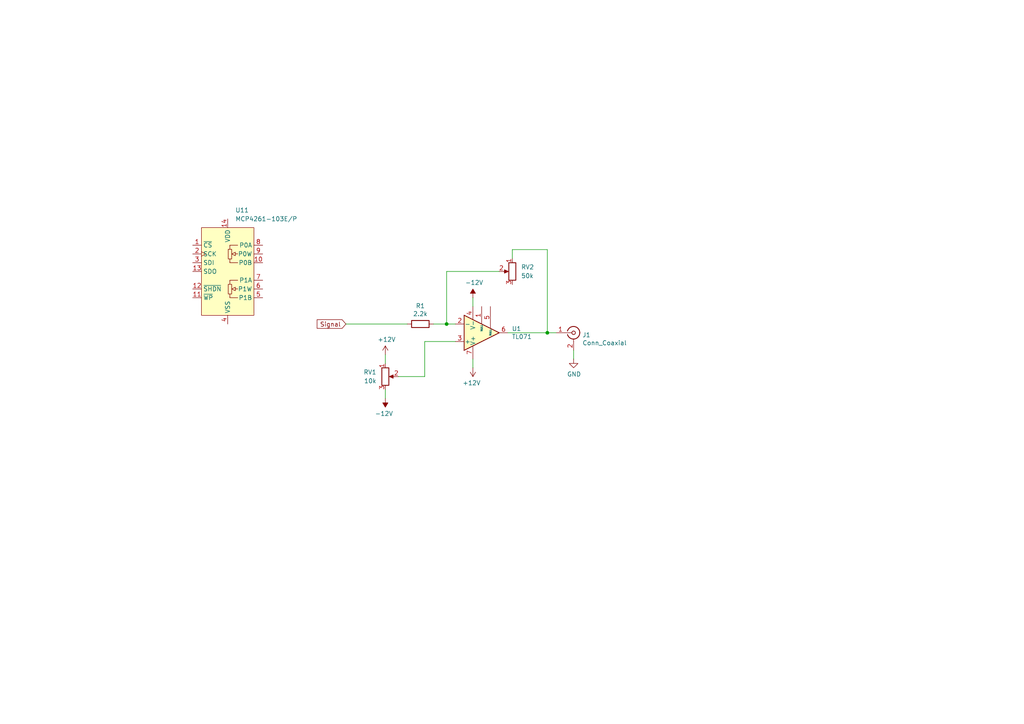
<source format=kicad_sch>
(kicad_sch (version 20231120) (generator "eeschema") (generator_version "8.0")
  (paper "A4")
  (lib_symbols
    (symbol "Amplifier_Operational:TL071" (pin_names (offset 0.127))
      (property "Reference" "U" (at 0 6.35 0))
      (property "Value" "TL071" (at 0 3.81 0))
      (symbol "TL071_0_1"
        (polyline (pts (xy -5.08 5.08) (xy 5.08 0) (xy -5.08 -5.08) (xy -5.08 5.08)) (stroke (width 0.254)) (fill (type background)))
      )
      (symbol "TL071_1_1"
        (pin input line (at 0 -7.62 90) (length 5.08) (name "NULL") (number "1"))
        (pin input line (at -7.62 -2.54 0) (length 2.54) (name "-") (number "2"))
        (pin input line (at -7.62 2.54 0) (length 2.54) (name "+") (number "3"))
        (pin power_in line (at -2.54 -7.62 90) (length 3.81) (name "V-") (number "4"))
        (pin input line (at 2.54 -7.62 90) (length 6.35) (name "NULL") (number "5"))
        (pin output line (at 7.62 0 180) (length 2.54) (name "~") (number "6"))
        (pin power_in line (at -2.54 7.62 270) (length 3.81) (name "V+") (number "7"))
        (pin no_connect line (at 0 2.54 270) (length 2.54) hide (name "NC") (number "8"))
      )
    )
    (symbol "Connector:Conn_Coaxial" (pin_names (offset 1.016) hide)
      (property "Reference" "J" (at 0.254 3.048 0))
      (property "Value" "Conn_Coaxial" (at 2.921 0 90))
      (symbol "Conn_Coaxial_0_1"
        (arc (start -1.778 -0.508) (mid 0.2311 -1.8066) (end 1.778 0) (stroke (width 0.254)))
        (polyline (pts (xy -2.54 0) (xy -0.508 0)))
        (polyline (pts (xy 0 -2.54) (xy 0 -1.778)))
        (circle (center 0 0) (radius 0.508) (stroke (width 0.2032)))
        (arc (start 1.778 0) (mid 0.2099 1.8101) (end -1.778 0.508) (stroke (width 0.254)))
      )
      (symbol "Conn_Coaxial_1_1"
        (pin passive line (at -5.08 0 0) (length 2.54) (name "In") (number "1"))
        (pin passive line (at 0 -5.08 90) (length 2.54) (name "Ext") (number "2"))
      )
    )
    (symbol "Device:R" (pin_numbers hide) (pin_names (offset 0))
      (property "Reference" "R" (at 2.032 0 90))
      (property "Value" "R" (at 0 0 90))
      (symbol "R_0_1"
        (rectangle (start -1.016 -2.54) (end 1.016 2.54) (stroke (width 0.254)))
      )
      (symbol "R_1_1"
        (pin passive line (at 0 3.81 270) (length 1.27) (name "~") (number "1"))
        (pin passive line (at 0 -3.81 90) (length 1.27) (name "~") (number "2"))
      )
    )
    (symbol "Device:R_Potentiometer" (pin_names (offset 1.016) hide)
      (property "Reference" "RV" (at -4.445 0 90))
      (property "Value" "R_Potentiometer" (at -2.54 0 90))
      (symbol "R_Potentiometer_0_1"
        (polyline (pts (xy 2.54 0) (xy 1.524 0)))
        (polyline (pts (xy 1.143 0) (xy 2.286 0.508) (xy 2.286 -0.508) (xy 1.143 0)) (fill (type outline)))
        (rectangle (start 1.016 2.54) (end -1.016 -2.54) (stroke (width 0.254)))
      )
      (symbol "R_Potentiometer_1_1"
        (pin passive line (at 0 3.81 270) (length 1.27) (name "1") (number "1"))
        (pin passive line (at 3.81 0 180) (length 1.27) (name "2") (number "2"))
        (pin passive line (at 0 -3.81 90) (length 1.27) (name "3") (number "3"))
      )
    )
    (symbol "Potentiometer_Digital:MCP4251-xxxx-P"
      (property "Reference" "U" (at -0.508 18.288 0))
      (property "Value" "MCP4251-xxxx-P" (at -0.508 20.32 0))
      (symbol "MCP4251-xxxx-P_0_1"
        (polyline (pts (xy 0 12.7) (xy 7.62 12.7) (xy 7.62 0) (xy 7.62 -12.7) (xy -7.62 -12.7) (xy -7.62 12.7) (xy 0 12.7)) (fill (type background)))
      )
      (symbol "MCP4251-xxxx-P_1_1"
        (polyline (pts (xy 0.635 -7.366) (xy 0.635 -6.5278)))
        (polyline (pts (xy 0.635 -2.7686) (xy 0.635 -3.7084)))
        (polyline (pts (xy 0.635 2.794) (xy 0.635 3.6322)))
        (polyline (pts (xy 0.635 7.3914) (xy 0.635 6.4516)))
        (polyline (pts (xy 2.2098 -5.0546) (xy 2.921 -5.0546)))
        (polyline (pts (xy 2.2098 5.1054) (xy 2.921 5.1054)))
        (polyline (pts (xy 0.635 -7.62) (xy 0.635 -7.366) (xy 0.635 -7.366)) (fill (type background)))
        (polyline (pts (xy 0.635 -7.62) (xy 2.921 -7.62) (xy 2.921 -7.62)) (fill (type background)))
        (polyline (pts (xy 0.635 -2.54) (xy 0.635 -2.794) (xy 0.635 -2.794)))
        (polyline (pts (xy 0.635 -2.54) (xy 2.921 -2.54) (xy 2.921 -2.54)) (fill (type background)))
        (polyline (pts (xy 0.635 2.54) (xy 0.635 2.794) (xy 0.635 2.794)) (fill (type background)))
        (polyline (pts (xy 0.635 2.54) (xy 2.921 2.54) (xy 2.921 2.54)) (fill (type background)))
        (polyline (pts (xy 0.635 7.62) (xy 0.635 7.366) (xy 0.635 7.366)))
        (polyline (pts (xy 0.635 7.62) (xy 2.921 7.62) (xy 2.921 7.62)) (fill (type background)))
        (polyline (pts (xy 2.2098 -4.572) (xy 2.2098 -5.588) (xy 1.1938 -5.08) (xy 2.2098 -4.572) (xy 2.2098 -4.572)) (fill (type background)))
        (polyline (pts (xy 2.2098 5.588) (xy 2.2098 4.572) (xy 1.1938 5.08) (xy 2.2098 5.588) (xy 2.2098 5.588)) (fill (type background)))
        (rectangle (start 0.1524 -3.7338) (end 1.1684 -6.5278))
        (rectangle (start 0.1524 6.4262) (end 1.1684 3.6322))
        (pin input line (at -10.16 7.62 0) (length 2.54) (name "~{CS}") (number "1"))
        (pin passive line (at 10.16 2.54 180) (length 2.54) (name "P0B") (number "10"))
        (pin input line (at -10.16 -7.62 0) (length 2.54) (name "~{WP}") (number "11"))
        (pin input line (at -10.16 -5.08 0) (length 2.54) (name "~{SHDN}") (number "12"))
        (pin output line (at -10.16 0 0) (length 2.54) (name "SDO") (number "13"))
        (pin power_in line (at 0 15.24 270) (length 2.54) (name "VDD") (number "14"))
        (pin input clock (at -10.16 5.08 0) (length 2.54) (name "SCK") (number "2"))
        (pin input line (at -10.16 2.54 0) (length 2.54) (name "SDI") (number "3"))
        (pin power_in line (at 0 -15.24 90) (length 2.54) (name "VSS") (number "4"))
        (pin passive line (at 10.16 -7.62 180) (length 2.54) (name "P1B") (number "5"))
        (pin passive line (at 10.16 -5.08 180) (length 2.54) (name "P1W") (number "6"))
        (pin passive line (at 10.16 -2.54 180) (length 2.54) (name "P1A") (number "7"))
        (pin passive line (at 10.16 7.62 180) (length 2.54) (name "P0A") (number "8"))
        (pin passive line (at 10.16 5.08 180) (length 2.54) (name "P0W") (number "9"))
      )
    )
    (symbol "power:+12V" (power) (pin_numbers hide) (pin_names (offset 0) hide)
      (property "Value" "+12V" (at 0 3.556 0))
      (symbol "+12V_0_1"
        (polyline (pts (xy -0.762 1.27) (xy 0 2.54)))
        (polyline (pts (xy 0 0) (xy 0 2.54)))
        (polyline (pts (xy 0 2.54) (xy 0.762 1.27)))
      )
      (symbol "+12V_1_1"
        (pin power_in line (at 0 0 90) (length 0) (name "~") (number "1"))
      )
    )
    (symbol "power:-12V" (power) (pin_numbers hide) (pin_names (offset 0) hide)
      (property "Value" "-12V" (at 0 3.556 0))
      (symbol "-12V_0_0"
        (pin power_in line (at 0 0 90) (length 0) (name "~") (number "1"))
      )
      (symbol "-12V_0_1"
        (polyline (pts (xy 0 0) (xy 0 1.27) (xy 0.762 1.27) (xy 0 2.54) (xy -0.762 1.27) (xy 0 1.27)) (fill (type outline)))
      )
    )
    (symbol "power:GND" (power) (pin_numbers hide) (pin_names (offset 0) hide)
      (property "Value" "GND" (at 0 -3.81 0))
      (symbol "GND_0_1"
        (polyline (pts (xy 0 0) (xy 0 -1.27) (xy 1.27 -1.27) (xy 0 -2.54) (xy -1.27 -1.27) (xy 0 -1.27)))
      )
      (symbol "GND_1_1"
        (pin power_in line (at 0 0 270) (length 0) (name "~") (number "1"))
      )
    )
  )
  (junction (at 158.75 96.52))
  (junction (at 129.54 93.98))
  (wire (pts (xy 123.19 109.22) (xy 123.19 99.06)))
  (wire (pts (xy 111.76 105.41) (xy 111.76 102.87)))
  (wire (pts (xy 100.33 93.98) (xy 118.11 93.98)))
  (wire (pts (xy 129.54 78.74) (xy 144.78 78.74)))
  (wire (pts (xy 132.08 93.98) (xy 129.54 93.98)))
  (wire (pts (xy 129.54 93.98) (xy 125.73 93.98)))
  (wire (pts (xy 137.16 106.68) (xy 137.16 104.14)))
  (wire (pts (xy 148.59 72.39) (xy 158.75 72.39)))
  (wire (pts (xy 147.32 96.52) (xy 158.75 96.52)))
  (wire (pts (xy 129.54 93.98) (xy 129.54 78.74)))
  (wire (pts (xy 123.19 99.06) (xy 132.08 99.06)))
  (wire (pts (xy 166.37 101.6) (xy 166.37 104.14)))
  (wire (pts (xy 137.16 88.9) (xy 137.16 86.36)))
  (wire (pts (xy 158.75 96.52) (xy 161.29 96.52)))
  (wire (pts (xy 111.76 115.57) (xy 111.76 113.03)))
  (wire (pts (xy 148.59 74.93) (xy 148.59 72.39)))
  (wire (pts (xy 158.75 72.39) (xy 158.75 96.52)))
  (wire (pts (xy 115.57 109.22) (xy 123.19 109.22)))
  (global_label "Signal" (shape input) (at 100.33 93.98 180) (property "Intersheetrefs" "${INTERSHEET_REFS}" (effects (hide yes))))
  (symbol (lib_id "power:+12V") (at 137.16 106.68 180) (unit 1)
    (property "Reference" "#PWR010" (effects (hide yes)))
    (property "Value" "+12V" (at 136.779 111.0742 0))
    (property "Description" "Power symbol creates a global label with name \"+12V\"" (effects (hide yes)))
  )
  (symbol (lib_id "power:+12V") (at 111.76 102.87 0) (unit 1)
    (property "Reference" "#PWR05" (effects (hide yes)))
    (property "Value" "+12V" (at 112.141 98.4758 0))
    (property "Description" "Power symbol creates a global label with name \"+12V\"" (effects (hide yes)))
  )
  (symbol (lib_id "Potentiometer_Digital:MCP4251-xxxx-P") (at 66.04 78.74 0) (unit 1)
    (property "Reference" "U11" (at 68.2341 60.96 0) (effects (justify left)))
    (property "Value" "MCP4261-103E/P" (at 68.2341 63.5 0) (effects (justify left)))
    (property "Footprint" "Package_DIP:DIP-14_W7.62mm" (effects (hide yes)))
    (property "Datasheet" "http://ww1.microchip.com/downloads/en/devicedoc/22060b.pdf" (effects (hide yes)))
    (property "Description" "Dual 8 Bit Digital Pot, SPI, Volatile Memory, PDIP-14" (effects (hide yes)))
  )
  (symbol (lib_id "Device:R_Potentiometer") (at 111.76 109.22 0) (unit 1)
    (property "Reference" "RV1" (at 109.22 107.9499 0) (effects (justify right)))
    (property "Value" "10k" (at 109.22 110.4899 0) (effects (justify right)))
    (property "Footprint" "My_Headers:3-pin JST Potentiometer" (effects (hide yes)))
    (property "Description" "Potentiometer" (effects (hide yes)))
  )
  (symbol (lib_id "Connector:Conn_Coaxial") (at 166.37 96.52 0) (unit 1)
    (property "Reference" "J1" (at 168.91 97.155 0) (effects (justify left)))
    (property "Value" "Conn_Coaxial" (at 168.91 99.4664 0) (effects (justify left)))
    (property "Footprint" "My_Headers:2-pin_Output_header_large" (effects (hide yes)))
    (property "Description" "coaxial connector (BNC, SMA, SMB, SMC, Cinch/RCA, LEMO, ...)" (effects (hide yes)))
  )
  (symbol (lib_id "power:-12V") (at 111.76 115.57 180) (unit 1)
    (property "Reference" "#PWR08" (effects (hide yes)))
    (property "Value" "-12V" (at 111.379 119.9642 0))
    (property "Description" "Power symbol creates a global label with name \"-12V\"" (effects (hide yes)))
  )
  (symbol (lib_id "Device:R") (at 121.92 93.98 270) (unit 1)
    (property "Reference" "R1" (at 121.92 88.7222 90))
    (property "Value" "2.2k" (at 121.92 91.0336 90))
    (property "Footprint" "My_Misc:R_Axial_DIN0207_L6.3mm_D2.5mm_P10.16mm_Horizontal_large" (effects (hide yes)))
    (property "Description" "Resistor" (effects (hide yes)))
  )
  (symbol (lib_id "Amplifier_Operational:TL071") (at 139.7 96.52 0) (mirror x) (unit 1)
    (property "Reference" "U1" (at 148.4376 95.3516 0) (effects (justify left)))
    (property "Value" "TL071" (at 148.4376 97.663 0) (effects (justify left)))
    (property "Footprint" "My_Misc:DIP-8_W7.62mm_large" (effects (hide yes)))
    (property "Datasheet" "http://www.ti.com/lit/ds/symlink/tl071.pdf" (effects (hide yes)))
    (property "Description" "Single Low-Noise JFET-Input Operational Amplifiers, DIP-8/SOIC-8" (effects (hide yes)))
  )
  (symbol (lib_id "power:GND") (at 166.37 104.14 0) (unit 1)
    (property "Reference" "#PWR011" (effects (hide yes)))
    (property "Value" "GND" (at 166.497 108.5342 0))
    (property "Description" "Power symbol creates a global label with name \"GND\" , ground" (effects (hide yes)))
  )
  (symbol (lib_id "power:-12V") (at 137.16 86.36 0) (unit 1)
    (property "Reference" "#PWR09" (effects (hide yes)))
    (property "Value" "-12V" (at 137.541 81.9658 0))
    (property "Description" "Power symbol creates a global label with name \"-12V\"" (effects (hide yes)))
  )
  (symbol (lib_id "Device:R_Potentiometer") (at 148.59 78.74 0) (mirror y) (unit 1)
    (property "Reference" "RV2" (at 151.13 77.4699 0) (effects (justify right)))
    (property "Value" "50k" (at 151.13 80.0099 0) (effects (justify right)))
    (property "Footprint" "My_Headers:3-pin JST Potentiometer" (effects (hide yes)))
    (property "Description" "Potentiometer" (effects (hide yes)))
  )
)
</source>
